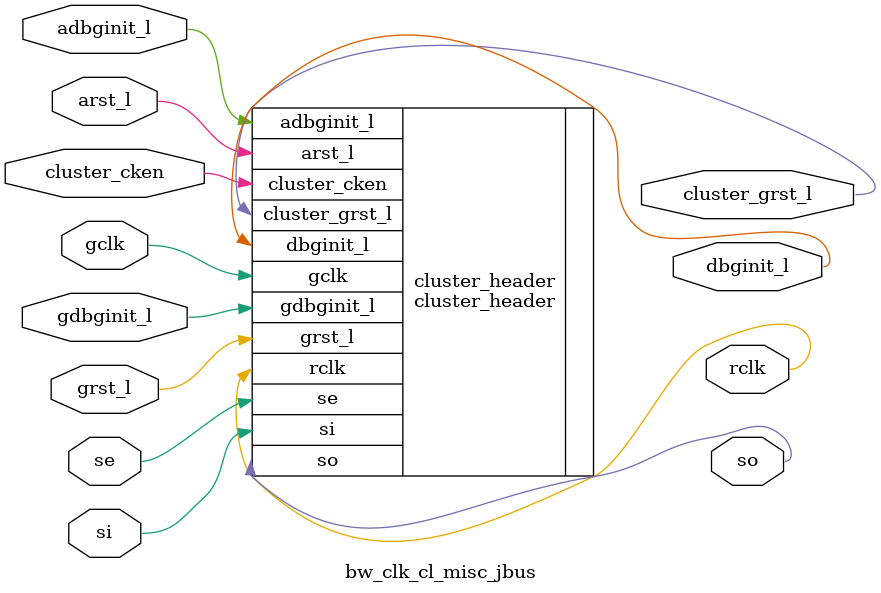
<source format=v>
module bw_clk_cl_misc_jbus (/*AUTOARG*/
   // Outputs
   so, rclk, dbginit_l, cluster_grst_l, 
   // Inputs
   si, se, grst_l, gdbginit_l, gclk, cluster_cken, arst_l, 
   adbginit_l
   );

  /*AUTOOUTPUT*/
  // Beginning of automatic outputs (from unused autoinst outputs)
  output                cluster_grst_l;         // From cluster_header of cluster_header.v
  output                dbginit_l;              // From cluster_header of cluster_header.v
  output                rclk;                   // From cluster_header of cluster_header.v
  output                so;                     // From cluster_header of cluster_header.v
  // End of automatics

  /*AUTOINPUT*/
  // Beginning of automatic inputs (from unused autoinst inputs)
  input                 adbginit_l;             // To cluster_header of cluster_header.v
  input                 arst_l;                 // To cluster_header of cluster_header.v
  input                 cluster_cken;           // To cluster_header of cluster_header.v
  input                 gclk;                   // To cluster_header of cluster_header.v
  input                 gdbginit_l;             // To cluster_header of cluster_header.v
  input                 grst_l;                 // To cluster_header of cluster_header.v
  input                 se;                     // To cluster_header of cluster_header.v
  input                 si;                     // To cluster_header of cluster_header.v
  // End of automatics

  cluster_header cluster_header
  (/*AUTOINST*/
   // Outputs
   .dbginit_l                           (dbginit_l),
   .cluster_grst_l                      (cluster_grst_l),
   .rclk                                (rclk),
   .so                                  (so),
   // Inputs
   .gclk                                (gclk),
   .cluster_cken                        (cluster_cken),
   .arst_l                              (arst_l),
   .grst_l                              (grst_l),
   .adbginit_l                          (adbginit_l),
   .gdbginit_l                          (gdbginit_l),
   .si                                  (si),
   .se                                  (se));

endmodule

// Local Variables:
// verilog-library-directories:("../../../common/rtl")
// verilog-auto-sense-defines-constant:t
// End:


</source>
